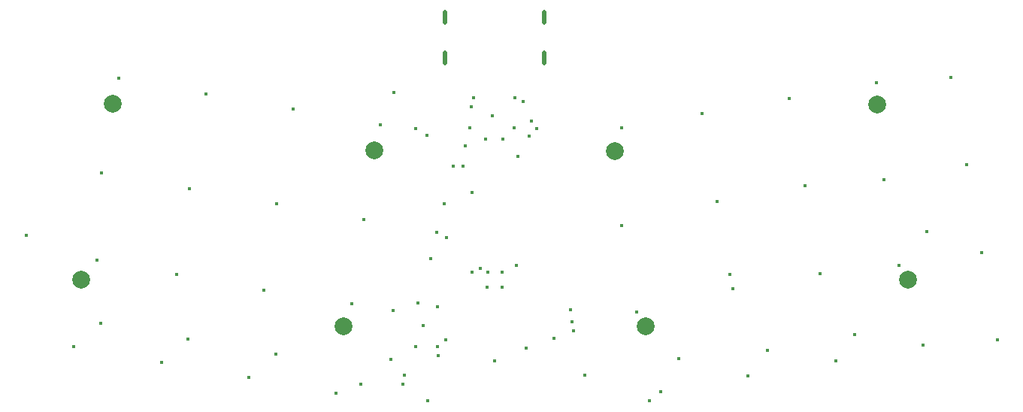
<source format=gbr>
%TF.GenerationSoftware,KiCad,Pcbnew,7.0.8*%
%TF.CreationDate,2023-12-10T13:03:43-06:00*%
%TF.ProjectId,sadcatz40,73616463-6174-47a3-9430-2e6b69636164,rev?*%
%TF.SameCoordinates,Original*%
%TF.FileFunction,Plated,1,2,PTH,Mixed*%
%TF.FilePolarity,Positive*%
%FSLAX46Y46*%
G04 Gerber Fmt 4.6, Leading zero omitted, Abs format (unit mm)*
G04 Created by KiCad (PCBNEW 7.0.8) date 2023-12-10 13:03:43*
%MOMM*%
%LPD*%
G01*
G04 APERTURE LIST*
%TA.AperFunction,ViaDrill*%
%ADD10C,0.400000*%
%TD*%
G04 aperture for slot hole*
%TA.AperFunction,ComponentDrill*%
%ADD11O,0.500000X1.650000*%
%TD*%
%TA.AperFunction,ComponentDrill*%
%ADD12C,2.000000*%
%TD*%
G04 APERTURE END LIST*
D10*
X40342978Y-59034901D03*
X45721165Y-71602254D03*
X48278319Y-61898888D03*
X48743986Y-68978111D03*
X48856075Y-52074106D03*
X50737260Y-41405359D03*
X55569241Y-73338735D03*
X57305721Y-63490661D03*
X58592062Y-70714594D03*
X58704145Y-53810586D03*
X60585337Y-43141841D03*
X65417310Y-75075214D03*
X67153795Y-65227142D03*
X68440141Y-72451075D03*
X68552224Y-55547069D03*
X70433412Y-44878322D03*
X75265386Y-76811696D03*
X77005794Y-66738856D03*
X77998805Y-75828902D03*
X78400296Y-57283547D03*
X80281484Y-46614801D03*
X81434068Y-73049877D03*
X81665329Y-67560459D03*
X81762224Y-43016063D03*
X82796236Y-75828630D03*
X82973700Y-74819918D03*
X84176529Y-71624924D03*
X84183082Y-47087907D03*
X84491280Y-66680798D03*
X85063888Y-69231362D03*
X85521012Y-47798532D03*
X85572300Y-77660451D03*
X85872337Y-61677150D03*
X86607022Y-58730617D03*
X86672333Y-71627154D03*
X86672334Y-67127150D03*
X86771435Y-72627152D03*
X87408383Y-55477150D03*
X87597336Y-70850836D03*
X87689551Y-59331662D03*
X88479302Y-51275368D03*
X89529302Y-51275364D03*
X89789158Y-48976266D03*
X90319709Y-46995465D03*
X90525908Y-44584971D03*
X90547334Y-63177154D03*
X90604306Y-54275366D03*
X90704303Y-43575366D03*
X91477388Y-62812216D03*
X92104304Y-48200865D03*
X92270937Y-64908672D03*
X92379764Y-63242005D03*
X92853856Y-45626423D03*
X93104267Y-73242001D03*
X93937597Y-63242004D03*
X93937597Y-64908674D03*
X94022742Y-48243469D03*
X95304304Y-46975363D03*
X95404304Y-43575367D03*
X95579862Y-62464583D03*
X95729559Y-50184902D03*
X96303370Y-44012040D03*
X96655774Y-71793509D03*
X96984354Y-47867593D03*
X97273766Y-46226246D03*
X97888972Y-47013982D03*
X99822645Y-70690287D03*
X101621576Y-67463020D03*
X101857918Y-68803381D03*
X102036152Y-69812042D03*
X103293236Y-74783957D03*
X107426305Y-46977153D03*
X107437462Y-57975637D03*
X109147707Y-67674919D03*
X110572291Y-77660453D03*
X111815076Y-76666081D03*
X113854810Y-72921667D03*
X116453706Y-45385379D03*
X118190187Y-55233453D03*
X119637255Y-63440181D03*
X119926668Y-65081526D03*
X121663149Y-74929600D03*
X123847593Y-72005858D03*
X126301780Y-43648898D03*
X128038261Y-53496972D03*
X129774742Y-63345045D03*
X131511223Y-73193119D03*
X133695671Y-70269376D03*
X136149853Y-41912417D03*
X136981698Y-52766191D03*
X138691944Y-62465477D03*
X141359297Y-71456638D03*
X141807266Y-58684821D03*
X144501288Y-41286022D03*
X146237769Y-51134096D03*
X147974250Y-60982169D03*
X149710731Y-70830243D03*
D11*
%TO.C,J1*%
X87529266Y-34504166D03*
X87529266Y-39104166D03*
X98679266Y-34504166D03*
X98679266Y-39104166D03*
D12*
%TO.C,H3*%
X46563844Y-64065990D03*
%TO.C,H1*%
X50057653Y-44251630D03*
%TO.C,H4*%
X76108079Y-69275439D03*
%TO.C,H2*%
X79601884Y-49461072D03*
%TO.C,H5*%
X106692635Y-49579281D03*
%TO.C,H7*%
X110165600Y-69275434D03*
%TO.C,H6*%
X136236870Y-44369835D03*
%TO.C,H8*%
X139709834Y-64065989D03*
M02*

</source>
